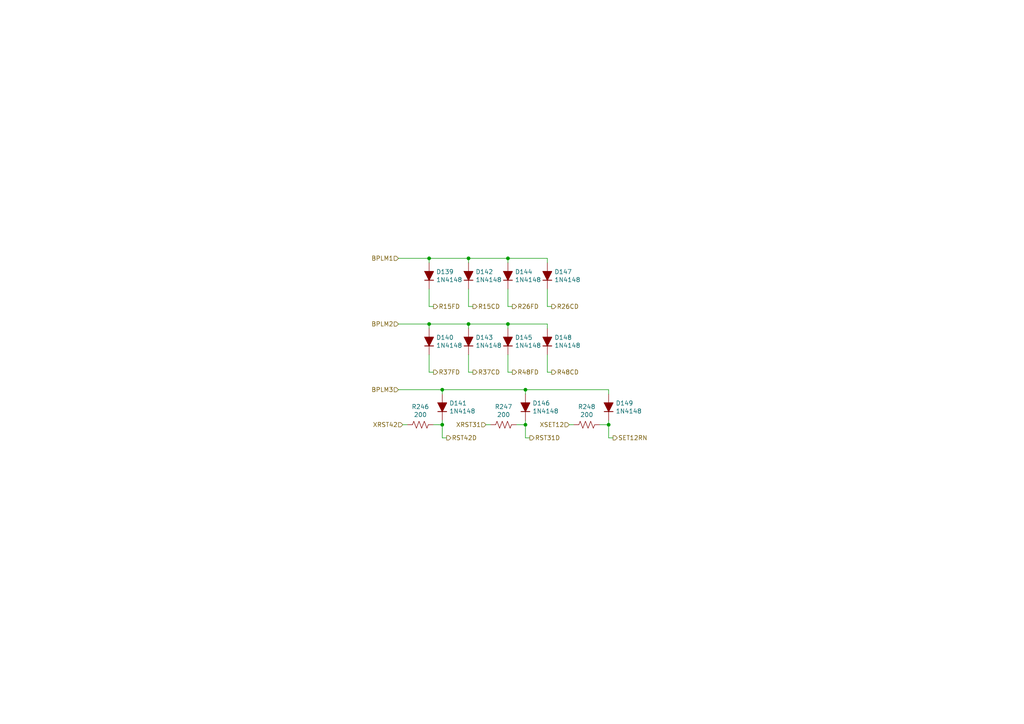
<source format=kicad_sch>
(kicad_sch (version 20211123) (generator eeschema)
  (paper "A4")
  (lib_symbols
    (symbol "Device:D_Filled" (pin_numbers hide) (pin_names (offset 1.016) hide)
      (property "Reference" "D" (at 0 2.54 0))
      (property "Value" "D_Filled" (at 0 -2.54 0))
      (symbol "D_Filled_0_1"
        (polyline (pts (xy -1.27 1.27) (xy -1.27 -1.27)) (stroke (width 0.254)))
        (polyline (pts (xy 1.27 0) (xy -1.27 0)))
        (polyline (pts (xy 1.27 1.27) (xy 1.27 -1.27) (xy -1.27 0) (xy 1.27 1.27)) (stroke (width 0.254)) (fill (type outline)))
      )
      (symbol "D_Filled_1_1"
        (pin passive line (at -3.81 0 0) (length 2.54) (name "K") (number "1"))
        (pin passive line (at 3.81 0 180) (length 2.54) (name "A") (number "2"))
      )
    )
    (symbol "Device:R_US" (pin_numbers hide) (pin_names (offset 0))
      (property "Reference" "R" (at 2.54 0 90))
      (property "Value" "R_US" (at -2.54 0 90))
      (symbol "R_US_0_1"
        (polyline (pts (xy 0 -2.286) (xy 0 -2.54)))
        (polyline (pts (xy 0 2.286) (xy 0 2.54)))
        (polyline (pts (xy 0 -0.762) (xy 1.016 -1.143) (xy 0 -1.524) (xy -1.016 -1.905) (xy 0 -2.286)))
        (polyline (pts (xy 0 0.762) (xy 1.016 0.381) (xy 0 0) (xy -1.016 -0.381) (xy 0 -0.762)))
        (polyline (pts (xy 0 2.286) (xy 1.016 1.905) (xy 0 1.524) (xy -1.016 1.143) (xy 0 0.762)))
      )
      (symbol "R_US_1_1"
        (pin passive line (at 0 3.81 270) (length 1.27) (name "~") (number "1"))
        (pin passive line (at 0 -3.81 90) (length 1.27) (name "~") (number "2"))
      )
    )
  )
  (junction (at 135.89 74.93))
  (junction (at 135.89 93.98))
  (junction (at 176.53 123.19))
  (junction (at 124.46 93.98))
  (junction (at 124.46 74.93))
  (junction (at 128.27 123.19))
  (junction (at 128.27 113.03))
  (junction (at 152.4 113.03))
  (junction (at 147.32 93.98))
  (junction (at 152.4 123.19))
  (junction (at 147.32 74.93))
  (wire (pts (xy 176.53 123.19) (xy 176.53 127)))
  (wire (pts (xy 124.46 93.98) (xy 135.89 93.98)))
  (wire (pts (xy 124.46 93.98) (xy 115.57 93.98)))
  (wire (pts (xy 152.4 123.19) (xy 149.86 123.19)))
  (wire (pts (xy 147.32 102.87) (xy 147.32 107.95)))
  (wire (pts (xy 128.27 113.03) (xy 115.57 113.03)))
  (wire (pts (xy 148.59 88.9) (xy 147.32 88.9)))
  (wire (pts (xy 158.75 102.87) (xy 158.75 107.95)))
  (wire (pts (xy 147.32 74.93) (xy 158.75 74.93)))
  (wire (pts (xy 135.89 83.82) (xy 135.89 88.9)))
  (wire (pts (xy 124.46 93.98) (xy 124.46 95.25)))
  (wire (pts (xy 166.37 123.19) (xy 165.1 123.19)))
  (wire (pts (xy 124.46 74.93) (xy 115.57 74.93)))
  (wire (pts (xy 158.75 74.93) (xy 158.75 76.2)))
  (wire (pts (xy 135.89 74.93) (xy 147.32 74.93)))
  (wire (pts (xy 148.59 107.95) (xy 147.32 107.95)))
  (wire (pts (xy 124.46 83.82) (xy 124.46 88.9)))
  (wire (pts (xy 125.73 88.9) (xy 124.46 88.9)))
  (wire (pts (xy 177.8 127) (xy 176.53 127)))
  (wire (pts (xy 153.67 127) (xy 152.4 127)))
  (wire (pts (xy 147.32 83.82) (xy 147.32 88.9)))
  (wire (pts (xy 125.73 107.95) (xy 124.46 107.95)))
  (wire (pts (xy 147.32 93.98) (xy 158.75 93.98)))
  (wire (pts (xy 124.46 74.93) (xy 124.46 76.2)))
  (wire (pts (xy 147.32 74.93) (xy 147.32 76.2)))
  (wire (pts (xy 176.53 121.92) (xy 176.53 123.19)))
  (wire (pts (xy 160.02 107.95) (xy 158.75 107.95)))
  (wire (pts (xy 135.89 74.93) (xy 135.89 76.2)))
  (wire (pts (xy 158.75 83.82) (xy 158.75 88.9)))
  (wire (pts (xy 137.16 107.95) (xy 135.89 107.95)))
  (wire (pts (xy 128.27 121.92) (xy 128.27 123.19)))
  (wire (pts (xy 128.27 123.19) (xy 125.73 123.19)))
  (wire (pts (xy 135.89 93.98) (xy 135.89 95.25)))
  (wire (pts (xy 129.54 127) (xy 128.27 127)))
  (wire (pts (xy 176.53 113.03) (xy 176.53 114.3)))
  (wire (pts (xy 135.89 102.87) (xy 135.89 107.95)))
  (wire (pts (xy 158.75 93.98) (xy 158.75 95.25)))
  (wire (pts (xy 160.02 88.9) (xy 158.75 88.9)))
  (wire (pts (xy 124.46 74.93) (xy 135.89 74.93)))
  (wire (pts (xy 152.4 113.03) (xy 152.4 114.3)))
  (wire (pts (xy 128.27 113.03) (xy 152.4 113.03)))
  (wire (pts (xy 147.32 93.98) (xy 147.32 95.25)))
  (wire (pts (xy 152.4 121.92) (xy 152.4 123.19)))
  (wire (pts (xy 142.24 123.19) (xy 140.97 123.19)))
  (wire (pts (xy 124.46 102.87) (xy 124.46 107.95)))
  (wire (pts (xy 176.53 123.19) (xy 173.99 123.19)))
  (wire (pts (xy 118.11 123.19) (xy 116.84 123.19)))
  (wire (pts (xy 135.89 93.98) (xy 147.32 93.98)))
  (wire (pts (xy 128.27 113.03) (xy 128.27 114.3)))
  (wire (pts (xy 152.4 113.03) (xy 176.53 113.03)))
  (wire (pts (xy 152.4 123.19) (xy 152.4 127)))
  (wire (pts (xy 137.16 88.9) (xy 135.89 88.9)))
  (wire (pts (xy 128.27 123.19) (xy 128.27 127)))
  (hierarchical_label "R48FD" (shape output) (at 148.59 107.95 0))
  (hierarchical_label "R37FD" (shape output) (at 125.73 107.95 0))
  (hierarchical_label "R15CD" (shape output) (at 137.16 88.9 0))
  (hierarchical_label "R26FD" (shape output) (at 148.59 88.9 0))
  (hierarchical_label "XRST42" (shape input) (at 116.84 123.19 180))
  (hierarchical_label "BPLM2" (shape input) (at 115.57 93.98 180))
  (hierarchical_label "XSET12" (shape input) (at 165.1 123.19 180))
  (hierarchical_label "R15FD" (shape output) (at 125.73 88.9 0))
  (hierarchical_label "RST42D" (shape output) (at 129.54 127 0))
  (hierarchical_label "BPLM1" (shape input) (at 115.57 74.93 180))
  (hierarchical_label "BPLM3" (shape input) (at 115.57 113.03 180))
  (hierarchical_label "SET12RN" (shape output) (at 177.8 127 0))
  (hierarchical_label "XRST31" (shape input) (at 140.97 123.19 180))
  (hierarchical_label "R48CD" (shape output) (at 160.02 107.95 0))
  (hierarchical_label "RST31D" (shape output) (at 153.67 127 0))
  (hierarchical_label "R37CD" (shape output) (at 137.16 107.95 0))
  (hierarchical_label "R26CD" (shape output) (at 160.02 88.9 0))
  (symbol (lib_id "Device:D_Filled") (at 124.46 80.01 90)
    (property "Reference" "D139" (at 126.492 78.8416 90) (effects (justify right)))
    (property "Value" "1N4148" (at 126.492 81.153 90) (effects (justify right)))
    (property "Footprint" "Diode_SMD:D_SOD-323" (effects hide))
    (property "Part Number" "1N4148WSTR" (effects hide))
    (property "Digikey" "https://www.digikey.com/en/products/detail/smc-diode-solutions/1N4148WSTR/6022449" (effects hide))
  )
  (symbol (lib_id "Device:D_Filled") (at 135.89 80.01 90)
    (property "Reference" "D142" (at 137.922 78.8416 90) (effects (justify right)))
    (property "Value" "1N4148" (at 137.922 81.153 90) (effects (justify right)))
    (property "Footprint" "Diode_SMD:D_SOD-323" (effects hide))
    (property "Part Number" "1N4148WSTR" (effects hide))
    (property "Digikey" "https://www.digikey.com/en/products/detail/smc-diode-solutions/1N4148WSTR/6022449" (effects hide))
  )
  (symbol (lib_id "Device:D_Filled") (at 147.32 80.01 90)
    (property "Reference" "D144" (at 149.352 78.8416 90) (effects (justify right)))
    (property "Value" "1N4148" (at 149.352 81.153 90) (effects (justify right)))
    (property "Footprint" "Diode_SMD:D_SOD-323" (effects hide))
    (property "Part Number" "1N4148WSTR" (effects hide))
    (property "Digikey" "https://www.digikey.com/en/products/detail/smc-diode-solutions/1N4148WSTR/6022449" (effects hide))
  )
  (symbol (lib_id "Device:D_Filled") (at 158.75 80.01 90)
    (property "Reference" "D147" (at 160.782 78.8416 90) (effects (justify right)))
    (property "Value" "1N4148" (at 160.782 81.153 90) (effects (justify right)))
    (property "Footprint" "Diode_SMD:D_SOD-323" (effects hide))
    (property "Part Number" "1N4148WSTR" (effects hide))
    (property "Digikey" "https://www.digikey.com/en/products/detail/smc-diode-solutions/1N4148WSTR/6022449" (effects hide))
  )
  (symbol (lib_id "Device:D_Filled") (at 124.46 99.06 90)
    (property "Reference" "D140" (at 126.492 97.8916 90) (effects (justify right)))
    (property "Value" "1N4148" (at 126.492 100.203 90) (effects (justify right)))
    (property "Footprint" "Diode_SMD:D_SOD-323" (effects hide))
    (property "Part Number" "1N4148WSTR" (effects hide))
    (property "Digikey" "https://www.digikey.com/en/products/detail/smc-diode-solutions/1N4148WSTR/6022449" (effects hide))
  )
  (symbol (lib_id "Device:D_Filled") (at 135.89 99.06 90)
    (property "Reference" "D143" (at 137.922 97.8916 90) (effects (justify right)))
    (property "Value" "1N4148" (at 137.922 100.203 90) (effects (justify right)))
    (property "Footprint" "Diode_SMD:D_SOD-323" (effects hide))
    (property "Part Number" "1N4148WSTR" (effects hide))
    (property "Digikey" "https://www.digikey.com/en/products/detail/smc-diode-solutions/1N4148WSTR/6022449" (effects hide))
  )
  (symbol (lib_id "Device:D_Filled") (at 147.32 99.06 90)
    (property "Reference" "D145" (at 149.352 97.8916 90) (effects (justify right)))
    (property "Value" "1N4148" (at 149.352 100.203 90) (effects (justify right)))
    (property "Footprint" "Diode_SMD:D_SOD-323" (effects hide))
    (property "Part Number" "1N4148WSTR" (effects hide))
    (property "Digikey" "https://www.digikey.com/en/products/detail/smc-diode-solutions/1N4148WSTR/6022449" (effects hide))
  )
  (symbol (lib_id "Device:D_Filled") (at 158.75 99.06 90)
    (property "Reference" "D148" (at 160.782 97.8916 90) (effects (justify right)))
    (property "Value" "1N4148" (at 160.782 100.203 90) (effects (justify right)))
    (property "Footprint" "Diode_SMD:D_SOD-323" (effects hide))
    (property "Part Number" "1N4148WSTR" (effects hide))
    (property "Digikey" "https://www.digikey.com/en/products/detail/smc-diode-solutions/1N4148WSTR/6022449" (effects hide))
  )
  (symbol (lib_id "Device:D_Filled") (at 128.27 118.11 90)
    (property "Reference" "D141" (at 130.302 116.9416 90) (effects (justify right)))
    (property "Value" "1N4148" (at 130.302 119.253 90) (effects (justify right)))
    (property "Footprint" "Diode_SMD:D_SOD-323" (effects hide))
    (property "Part Number" "1N4148WSTR" (effects hide))
    (property "Digikey" "https://www.digikey.com/en/products/detail/smc-diode-solutions/1N4148WSTR/6022449" (effects hide))
  )
  (symbol (lib_id "Device:R_US") (at 121.92 123.19 90)
    (property "Reference" "R246" (at 121.92 117.983 90))
    (property "Value" "200" (at 121.92 120.2944 90))
    (property "Footprint" "Resistor_SMD:R_0603_1608Metric" (effects hide))
  )
  (symbol (lib_id "Device:D_Filled") (at 152.4 118.11 90)
    (property "Reference" "D146" (at 154.432 116.9416 90) (effects (justify right)))
    (property "Value" "1N4148" (at 154.432 119.253 90) (effects (justify right)))
    (property "Footprint" "Diode_SMD:D_SOD-323" (effects hide))
    (property "Part Number" "1N4148WSTR" (effects hide))
    (property "Digikey" "https://www.digikey.com/en/products/detail/smc-diode-solutions/1N4148WSTR/6022449" (effects hide))
  )
  (symbol (lib_id "Device:R_US") (at 146.05 123.19 90)
    (property "Reference" "R247" (at 146.05 117.983 90))
    (property "Value" "200" (at 146.05 120.2944 90))
    (property "Footprint" "Resistor_SMD:R_0603_1608Metric" (effects hide))
  )
  (symbol (lib_id "Device:D_Filled") (at 176.53 118.11 90)
    (property "Reference" "D149" (at 178.562 116.9416 90) (effects (justify right)))
    (property "Value" "1N4148" (at 178.562 119.253 90) (effects (justify right)))
    (property "Footprint" "Diode_SMD:D_SOD-323" (effects hide))
    (property "Part Number" "1N4148WSTR" (effects hide))
    (property "Digikey" "https://www.digikey.com/en/products/detail/smc-diode-solutions/1N4148WSTR/6022449" (effects hide))
  )
  (symbol (lib_id "Device:R_US") (at 170.18 123.19 90)
    (property "Reference" "R248" (at 170.18 117.983 90))
    (property "Value" "200" (at 170.18 120.2944 90))
    (property "Footprint" "Resistor_SMD:R_0603_1608Metric" (effects hide))
  )
)
</source>
